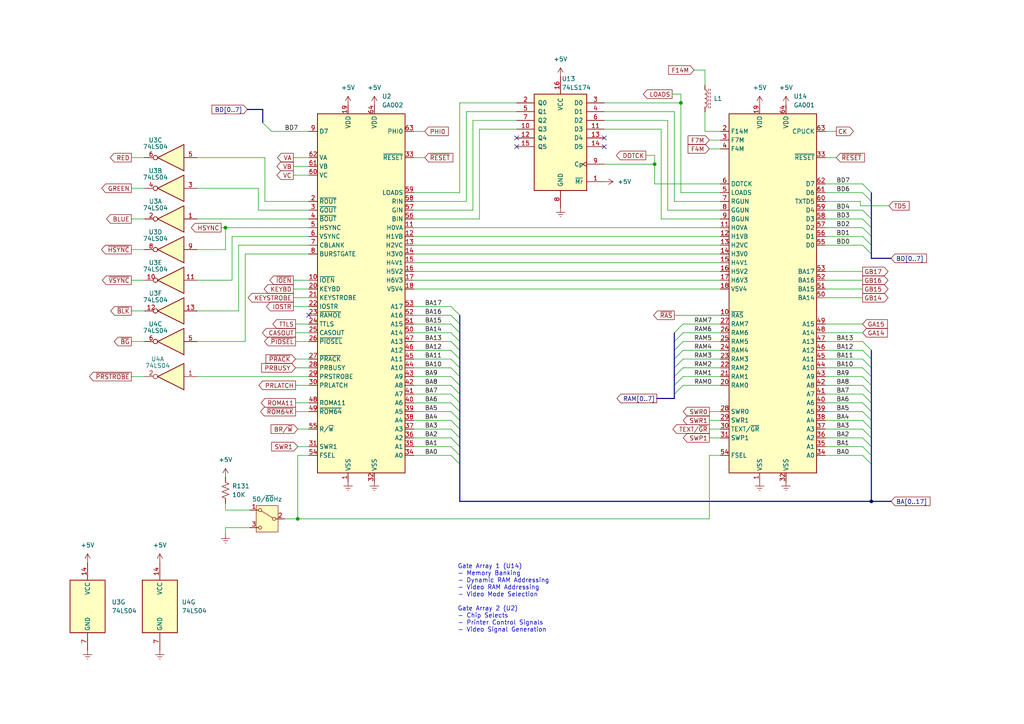
<source format=kicad_sch>
(kicad_sch (version 20230121) (generator eeschema)
  (paper "A4")
  (title_block (title "Dick Smith Cat - Motherboard") (date "1984") (company "Video Technology Ltd.") (comment 2 "Schematic Redrawn by Rhys Weatherley") (comment 3 "Gate Arrays"))
  (lib_symbols
    (symbol "74xx:74LS04"
      (property "Reference" "U" (at 0 1.27 0))
      (property "Value" "74LS04" (at 0 -1.27 0))
      (symbol "74LS04_1_0"
        (polyline (pts (xy -3.81 3.81) (xy -3.81 -3.81) (xy 3.81 0) (xy -3.81 3.81)) (stroke (width 0.254)) (fill (type background)))
        (pin input line (at -7.62 0 0) (length 3.81) (name "~") (number "1"))
        (pin output inverted (at 7.62 0 180) (length 3.81) (name "~") (number "2"))
      )
      (symbol "74LS04_2_0"
        (polyline (pts (xy -3.81 3.81) (xy -3.81 -3.81) (xy 3.81 0) (xy -3.81 3.81)) (stroke (width 0.254)) (fill (type background)))
        (pin input line (at -7.62 0 0) (length 3.81) (name "~") (number "3"))
        (pin output inverted (at 7.62 0 180) (length 3.81) (name "~") (number "4"))
      )
      (symbol "74LS04_3_0"
        (polyline (pts (xy -3.81 3.81) (xy -3.81 -3.81) (xy 3.81 0) (xy -3.81 3.81)) (stroke (width 0.254)) (fill (type background)))
        (pin input line (at -7.62 0 0) (length 3.81) (name "~") (number "5"))
        (pin output inverted (at 7.62 0 180) (length 3.81) (name "~") (number "6"))
      )
      (symbol "74LS04_4_0"
        (polyline (pts (xy -3.81 3.81) (xy -3.81 -3.81) (xy 3.81 0) (xy -3.81 3.81)) (stroke (width 0.254)) (fill (type background)))
        (pin output inverted (at 7.62 0 180) (length 3.81) (name "~") (number "8"))
        (pin input line (at -7.62 0 0) (length 3.81) (name "~") (number "9"))
      )
      (symbol "74LS04_5_0"
        (polyline (pts (xy -3.81 3.81) (xy -3.81 -3.81) (xy 3.81 0) (xy -3.81 3.81)) (stroke (width 0.254)) (fill (type background)))
        (pin output inverted (at 7.62 0 180) (length 3.81) (name "~") (number "10"))
        (pin input line (at -7.62 0 0) (length 3.81) (name "~") (number "11"))
      )
      (symbol "74LS04_6_0"
        (polyline (pts (xy -3.81 3.81) (xy -3.81 -3.81) (xy 3.81 0) (xy -3.81 3.81)) (stroke (width 0.254)) (fill (type background)))
        (pin output inverted (at 7.62 0 180) (length 3.81) (name "~") (number "12"))
        (pin input line (at -7.62 0 0) (length 3.81) (name "~") (number "13"))
      )
      (symbol "74LS04_7_0"
        (pin power_in line (at 0 12.7 270) (length 5.08) (name "VCC") (number "14"))
        (pin power_in line (at 0 -12.7 90) (length 5.08) (name "GND") (number "7"))
      )
      (symbol "74LS04_7_1"
        (rectangle (start -5.08 7.62) (end 5.08 -7.62) (stroke (width 0.254)) (fill (type background)))
      )
    )
    (symbol "74xx:74LS174" (pin_names (offset 1.016))
      (property "Reference" "U" (at -7.62 13.97 0))
      (property "Value" "74LS174" (at -7.62 -16.51 0))
      (symbol "74LS174_1_0"
        (pin input line (at -12.7 -12.7 0) (length 5.08) (name "~{Mr}") (number "1"))
        (pin output line (at 12.7 2.54 180) (length 5.08) (name "Q3") (number "10"))
        (pin input line (at -12.7 2.54 0) (length 5.08) (name "D3") (number "11"))
        (pin output line (at 12.7 0 180) (length 5.08) (name "Q4") (number "12"))
        (pin input line (at -12.7 0 0) (length 5.08) (name "D4") (number "13"))
        (pin input line (at -12.7 -2.54 0) (length 5.08) (name "D5") (number "14"))
        (pin output line (at 12.7 -2.54 180) (length 5.08) (name "Q5") (number "15"))
        (pin power_in line (at 0 17.78 270) (length 5.08) (name "VCC") (number "16"))
        (pin output line (at 12.7 10.16 180) (length 5.08) (name "Q0") (number "2"))
        (pin input line (at -12.7 10.16 0) (length 5.08) (name "D0") (number "3"))
        (pin input line (at -12.7 7.62 0) (length 5.08) (name "D1") (number "4"))
        (pin output line (at 12.7 7.62 180) (length 5.08) (name "Q1") (number "5"))
        (pin input line (at -12.7 5.08 0) (length 5.08) (name "D2") (number "6"))
        (pin output line (at 12.7 5.08 180) (length 5.08) (name "Q2") (number "7"))
        (pin power_in line (at 0 -20.32 90) (length 5.08) (name "GND") (number "8"))
        (pin input clock (at -12.7 -7.62 0) (length 5.08) (name "Cp") (number "9"))
      )
      (symbol "74LS174_1_1"
        (rectangle (start -7.62 12.7) (end 7.62 -15.24) (stroke (width 0.254)) (fill (type background)))
      )
    )
    (symbol "Device:L_Ferrite" (pin_numbers hide) (pin_names (offset 1.016) hide)
      (property "Reference" "L" (at -1.27 0 90))
      (property "Value" "L_Ferrite" (at 2.794 0 90))
      (symbol "L_Ferrite_0_1"
        (arc (start 0 -2.54) (mid 0.6323 -1.905) (end 0 -1.27))
        (arc (start 0 -1.27) (mid 0.6323 -0.635) (end 0 0))
        (polyline (pts (xy 1.016 -2.794) (xy 1.016 -2.286)))
        (polyline (pts (xy 1.016 -1.778) (xy 1.016 -1.27)))
        (polyline (pts (xy 1.016 -0.762) (xy 1.016 -0.254)))
        (polyline (pts (xy 1.016 0.254) (xy 1.016 0.762)))
        (polyline (pts (xy 1.016 1.27) (xy 1.016 1.778)))
        (polyline (pts (xy 1.016 2.286) (xy 1.016 2.794)))
        (polyline (pts (xy 1.524 -2.286) (xy 1.524 -2.794)))
        (polyline (pts (xy 1.524 -1.27) (xy 1.524 -1.778)))
        (polyline (pts (xy 1.524 -0.254) (xy 1.524 -0.762)))
        (polyline (pts (xy 1.524 0.762) (xy 1.524 0.254)))
        (polyline (pts (xy 1.524 1.778) (xy 1.524 1.27)))
        (polyline (pts (xy 1.524 2.794) (xy 1.524 2.286)))
        (arc (start 0 0) (mid 0.6323 0.635) (end 0 1.27))
        (arc (start 0 1.27) (mid 0.6323 1.905) (end 0 2.54))
      )
      (symbol "L_Ferrite_1_1"
        (pin passive line (at 0 3.81 270) (length 1.27) (name "1") (number "1"))
        (pin passive line (at 0 -3.81 90) (length 1.27) (name "2") (number "2"))
      )
    )
    (symbol "Device:R_US" (pin_numbers hide) (pin_names (offset 0))
      (property "Reference" "R" (at 2.54 0 90))
      (property "Value" "R_US" (at -2.54 0 90))
      (symbol "R_US_0_1"
        (polyline (pts (xy 0 -2.286) (xy 0 -2.54)))
        (polyline (pts (xy 0 2.286) (xy 0 2.54)))
        (polyline (pts (xy 0 -0.762) (xy 1.016 -1.143) (xy 0 -1.524) (xy -1.016 -1.905) (xy 0 -2.286)))
        (polyline (pts (xy 0 0.762) (xy 1.016 0.381) (xy 0 0) (xy -1.016 -0.381) (xy 0 -0.762)))
        (polyline (pts (xy 0 2.286) (xy 1.016 1.905) (xy 0 1.524) (xy -1.016 1.143) (xy 0 0.762)))
      )
      (symbol "R_US_1_1"
        (pin passive line (at 0 3.81 270) (length 1.27) (name "~") (number "1"))
        (pin passive line (at 0 -3.81 90) (length 1.27) (name "~") (number "2"))
      )
    )
    (symbol "Switch:SW_SPDT" (pin_names (offset 0) hide)
      (property "Reference" "SW" (at 0 5.08 0))
      (property "Value" "SW_SPDT" (at 0 -5.08 0))
      (symbol "SW_SPDT_0_1"
        (circle (center -2.032 0) (radius 0.4572))
        (polyline (pts (xy -1.651 0.254) (xy 1.651 2.286)))
        (circle (center 2.032 -2.54) (radius 0.4572))
        (circle (center 2.032 2.54) (radius 0.4572))
      )
      (symbol "SW_SPDT_1_1"
        (rectangle (start -3.175 3.81) (end 3.175 -3.81) (fill (type background)))
        (pin passive line (at 5.08 2.54 180) (length 2.54) (name "A") (number "1"))
        (pin passive line (at -5.08 0 0) (length 2.54) (name "B") (number "2"))
        (pin passive line (at 5.08 -2.54 180) (length 2.54) (name "C") (number "3"))
      )
    )
    (symbol "VTech:Laser_3000_Gate_Array_1"
      (property "Reference" "U" (at 11.43 1.27 0))
      (property "Value" "GA001" (at 12.7 -1.27 0))
      (symbol "Laser_3000_Gate_Array_1_1_1"
        (rectangle (start -12.7 -3.81) (end 12.7 -107.95) (stroke (width 0.25)) (fill (type background)))
        (pin power_in line (at -3.81 -110.49 90) (length 2.54) (name "VSS") (number "1"))
        (pin output line (at -15.24 -62.23 0) (length 2.54) (name "~{RAS}") (number "10"))
        (pin output line (at -15.24 -36.83 0) (length 2.54) (name "H0VA") (number "11"))
        (pin output line (at -15.24 -39.37 0) (length 2.54) (name "H1VB") (number "12"))
        (pin output line (at -15.24 -41.91 0) (length 2.54) (name "H2VC") (number "13"))
        (pin output line (at -15.24 -44.45 0) (length 2.54) (name "H3V0") (number "14"))
        (pin output line (at -15.24 -46.99 0) (length 2.54) (name "H4V1") (number "15"))
        (pin output line (at -15.24 -49.53 0) (length 2.54) (name "H5V2") (number "16"))
        (pin output line (at -15.24 -52.07 0) (length 2.54) (name "H6V3") (number "17"))
        (pin output line (at -15.24 -54.61 0) (length 2.54) (name "V5V4") (number "18"))
        (pin power_in line (at -3.81 -1.27 270) (length 2.54) (name "VDD") (number "19"))
        (pin input line (at -15.24 -8.89 0) (length 2.54) (name "F14M") (number "2"))
        (pin output line (at -15.24 -82.55 0) (length 2.54) (name "RAM0") (number "20"))
        (pin output line (at -15.24 -80.01 0) (length 2.54) (name "RAM1") (number "21"))
        (pin output line (at -15.24 -77.47 0) (length 2.54) (name "RAM2") (number "22"))
        (pin output line (at -15.24 -74.93 0) (length 2.54) (name "RAM3") (number "23"))
        (pin output line (at -15.24 -72.39 0) (length 2.54) (name "RAM4") (number "24"))
        (pin output line (at -15.24 -69.85 0) (length 2.54) (name "RAM5") (number "25"))
        (pin output line (at -15.24 -67.31 0) (length 2.54) (name "RAM6") (number "26"))
        (pin output line (at -15.24 -64.77 0) (length 2.54) (name "RAM7") (number "27"))
        (pin output line (at -15.24 -90.17 0) (length 2.54) (name "SWR0") (number "28"))
        (pin output line (at -15.24 -92.71 0) (length 2.54) (name "SWR1") (number "29"))
        (pin input line (at -15.24 -11.43 0) (length 2.54) (name "F7M") (number "3"))
        (pin output line (at -15.24 -95.25 0) (length 2.54) (name "TEXT/~{GR}") (number "30"))
        (pin output line (at -15.24 -97.79 0) (length 2.54) (name "SWP1") (number "31"))
        (pin power_in line (at 3.81 -110.49 90) (length 2.54) (name "VSS") (number "32"))
        (pin input line (at 15.24 -16.51 180) (length 2.54) (name "~{RESET}") (number "33"))
        (pin input line (at 15.24 -102.87 180) (length 2.54) (name "A0") (number "34"))
        (pin input line (at 15.24 -100.33 180) (length 2.54) (name "A1") (number "35"))
        (pin input line (at 15.24 -97.79 180) (length 2.54) (name "A2") (number "36"))
        (pin input line (at 15.24 -95.25 180) (length 2.54) (name "A3") (number "37"))
        (pin input line (at 15.24 -92.71 180) (length 2.54) (name "A4") (number "38"))
        (pin input line (at 15.24 -90.17 180) (length 2.54) (name "A5") (number "39"))
        (pin input line (at -15.24 -13.97 0) (length 2.54) (name "F4M") (number "4"))
        (pin input line (at 15.24 -87.63 180) (length 2.54) (name "A6") (number "40"))
        (pin input line (at 15.24 -85.09 180) (length 2.54) (name "A7") (number "41"))
        (pin input line (at 15.24 -82.55 180) (length 2.54) (name "A8") (number "42"))
        (pin input line (at 15.24 -80.01 180) (length 2.54) (name "A9") (number "43"))
        (pin input line (at 15.24 -77.47 180) (length 2.54) (name "A10") (number "44"))
        (pin input line (at 15.24 -74.93 180) (length 2.54) (name "A11") (number "45"))
        (pin input line (at 15.24 -72.39 180) (length 2.54) (name "A12") (number "46"))
        (pin input line (at 15.24 -69.85 180) (length 2.54) (name "A13") (number "47"))
        (pin input line (at 15.24 -67.31 180) (length 2.54) (name "A14") (number "48"))
        (pin input line (at 15.24 -64.77 180) (length 2.54) (name "A15") (number "49"))
        (pin output line (at -15.24 -26.67 0) (length 2.54) (name "LOADS") (number "5"))
        (pin output line (at 15.24 -57.15 180) (length 2.54) (name "BA14") (number "50"))
        (pin output line (at 15.24 -54.61 180) (length 2.54) (name "BA15") (number "51"))
        (pin output line (at 15.24 -52.07 180) (length 2.54) (name "BA16") (number "52"))
        (pin output line (at 15.24 -49.53 180) (length 2.54) (name "BA17") (number "53"))
        (pin input line (at -15.24 -102.87 0) (length 2.54) (name "FSEL") (number "54"))
        (pin bidirectional line (at 15.24 -41.91 180) (length 2.54) (name "D0") (number "55"))
        (pin bidirectional line (at 15.24 -39.37 180) (length 2.54) (name "D1") (number "56"))
        (pin bidirectional line (at 15.24 -36.83 180) (length 2.54) (name "D2") (number "57"))
        (pin bidirectional line (at 15.24 -34.29 180) (length 2.54) (name "D3") (number "58"))
        (pin bidirectional line (at 15.24 -31.75 180) (length 2.54) (name "D4") (number "59"))
        (pin output line (at -15.24 -24.13 0) (length 2.54) (name "DOTCK") (number "6"))
        (pin bidirectional line (at 15.24 -29.21 180) (length 2.54) (name "TXTD5") (number "60"))
        (pin bidirectional line (at 15.24 -26.67 180) (length 2.54) (name "D6") (number "61"))
        (pin bidirectional line (at 15.24 -24.13 180) (length 2.54) (name "D7") (number "62"))
        (pin input line (at 15.24 -8.89 180) (length 2.54) (name "CPUCK") (number "63"))
        (pin power_in line (at 3.81 -1.27 270) (length 2.54) (name "VDD") (number "64"))
        (pin output line (at -15.24 -29.21 0) (length 2.54) (name "RGUN") (number "7"))
        (pin output line (at -15.24 -31.75 0) (length 2.54) (name "GGUN") (number "8"))
        (pin output line (at -15.24 -34.29 0) (length 2.54) (name "BGUN") (number "9"))
      )
    )
    (symbol "VTech:Laser_3000_Gate_Array_2"
      (property "Reference" "U" (at 11.43 1.27 0))
      (property "Value" "GA002" (at 12.7 -1.27 0))
      (symbol "Laser_3000_Gate_Array_2_1_1"
        (rectangle (start -12.7 -3.81) (end 12.7 -107.95) (stroke (width 0.25)) (fill (type background)))
        (pin power_in line (at -3.81 -110.49 90) (length 2.54) (name "VSS") (number "1"))
        (pin output line (at -15.24 -52.07 0) (length 2.54) (name "~{IOEN}") (number "10"))
        (pin input line (at 15.24 -36.83 180) (length 2.54) (name "H0VA") (number "11"))
        (pin input line (at 15.24 -39.37 180) (length 2.54) (name "H1VB") (number "12"))
        (pin input line (at 15.24 -41.91 180) (length 2.54) (name "H2VC") (number "13"))
        (pin input line (at 15.24 -44.45 180) (length 2.54) (name "H3V0") (number "14"))
        (pin input line (at 15.24 -46.99 180) (length 2.54) (name "H4V1") (number "15"))
        (pin input line (at 15.24 -49.53 180) (length 2.54) (name "H5V2") (number "16"))
        (pin input line (at 15.24 -52.07 180) (length 2.54) (name "H6V3") (number "17"))
        (pin input line (at 15.24 -54.61 180) (length 2.54) (name "V5V4") (number "18"))
        (pin power_in line (at -3.81 -1.27 270) (length 2.54) (name "VDD") (number "19"))
        (pin output line (at -15.24 -29.21 0) (length 2.54) (name "~{ROUT}") (number "2"))
        (pin output line (at -15.24 -54.61 0) (length 2.54) (name "KEYBD") (number "20"))
        (pin output line (at -15.24 -57.15 0) (length 2.54) (name "KEYSTROBE") (number "21"))
        (pin output line (at -15.24 -59.69 0) (length 2.54) (name "IOSTR") (number "22"))
        (pin output line (at -15.24 -62.23 0) (length 2.54) (name "~{RAMOE}") (number "23"))
        (pin output line (at -15.24 -64.77 0) (length 2.54) (name "TTLS") (number "24"))
        (pin output line (at -15.24 -67.31 0) (length 2.54) (name "CASOUT") (number "25"))
        (pin output line (at -15.24 -69.85 0) (length 2.54) (name "~{PIOSEL}") (number "26"))
        (pin input line (at -15.24 -74.93 0) (length 2.54) (name "~{PRACK}") (number "27"))
        (pin input line (at -15.24 -77.47 0) (length 2.54) (name "PRBUSY") (number "28"))
        (pin output line (at -15.24 -80.01 0) (length 2.54) (name "PRSTROBE") (number "29"))
        (pin output line (at -15.24 -31.75 0) (length 2.54) (name "~{GOUT}") (number "3"))
        (pin output line (at -15.24 -82.55 0) (length 2.54) (name "PRLATCH") (number "30"))
        (pin input line (at -15.24 -100.33 0) (length 2.54) (name "SWR1") (number "31"))
        (pin power_in line (at 3.81 -110.49 90) (length 2.54) (name "VSS") (number "32"))
        (pin input line (at 15.24 -16.51 180) (length 2.54) (name "~{RESET}") (number "33"))
        (pin input line (at 15.24 -102.87 180) (length 2.54) (name "A0") (number "34"))
        (pin input line (at 15.24 -100.33 180) (length 2.54) (name "A1") (number "35"))
        (pin input line (at 15.24 -97.79 180) (length 2.54) (name "A2") (number "36"))
        (pin input line (at 15.24 -95.25 180) (length 2.54) (name "A3") (number "37"))
        (pin input line (at 15.24 -92.71 180) (length 2.54) (name "A4") (number "38"))
        (pin input line (at 15.24 -90.17 180) (length 2.54) (name "A5") (number "39"))
        (pin output line (at -15.24 -34.29 0) (length 2.54) (name "~{BOUT}") (number "4"))
        (pin input line (at 15.24 -87.63 180) (length 2.54) (name "A6") (number "40"))
        (pin input line (at 15.24 -85.09 180) (length 2.54) (name "A7") (number "41"))
        (pin input line (at 15.24 -82.55 180) (length 2.54) (name "A8") (number "42"))
        (pin input line (at 15.24 -80.01 180) (length 2.54) (name "A9") (number "43"))
        (pin input line (at 15.24 -77.47 180) (length 2.54) (name "A10") (number "44"))
        (pin input line (at 15.24 -74.93 180) (length 2.54) (name "A11") (number "45"))
        (pin input line (at 15.24 -72.39 180) (length 2.54) (name "A12") (number "46"))
        (pin input line (at 15.24 -69.85 180) (length 2.54) (name "A13") (number "47"))
        (pin output line (at -15.24 -87.63 0) (length 2.54) (name "ROMA11") (number "48"))
        (pin output line (at -15.24 -90.17 0) (length 2.54) (name "~{ROM64}") (number "49"))
        (pin output line (at -15.24 -36.83 0) (length 2.54) (name "HSYNC") (number "5"))
        (pin input line (at 15.24 -67.31 180) (length 2.54) (name "A14") (number "50"))
        (pin input line (at 15.24 -64.77 180) (length 2.54) (name "A15") (number "51"))
        (pin input line (at 15.24 -62.23 180) (length 2.54) (name "A16") (number "52"))
        (pin input line (at 15.24 -59.69 180) (length 2.54) (name "A17") (number "53"))
        (pin input line (at -15.24 -102.87 0) (length 2.54) (name "FSEL") (number "54"))
        (pin input line (at -15.24 -95.25 0) (length 2.54) (name "R/~{W}") (number "55"))
        (pin input line (at 15.24 -34.29 180) (length 2.54) (name "BIN") (number "56"))
        (pin input line (at 15.24 -31.75 180) (length 2.54) (name "GIN") (number "57"))
        (pin input line (at 15.24 -29.21 180) (length 2.54) (name "RIN") (number "58"))
        (pin input line (at 15.24 -26.67 180) (length 2.54) (name "LOADS") (number "59"))
        (pin output line (at -15.24 -39.37 0) (length 2.54) (name "VSYNC") (number "6"))
        (pin output line (at -15.24 -21.59 0) (length 2.54) (name "VC") (number "60"))
        (pin output line (at -15.24 -19.05 0) (length 2.54) (name "VB") (number "61"))
        (pin output line (at -15.24 -16.51 0) (length 2.54) (name "VA") (number "62"))
        (pin input line (at 15.24 -8.89 180) (length 2.54) (name "PHI0") (number "63"))
        (pin power_in line (at 3.81 -1.27 270) (length 2.54) (name "VDD") (number "64"))
        (pin output line (at -15.24 -41.91 0) (length 2.54) (name "CBLANK") (number "7"))
        (pin output line (at -15.24 -44.45 0) (length 2.54) (name "BURSTGATE") (number "8"))
        (pin bidirectional line (at -15.24 -8.89 0) (length 2.54) (name "D7") (number "9"))
      )
    )
    (symbol "power:+5V" (power) (pin_names (offset 0))
      (property "Value" "+5V" (at 0 3.556 0))
      (symbol "+5V_0_1"
        (polyline (pts (xy -0.762 1.27) (xy 0 2.54)))
        (polyline (pts (xy 0 0) (xy 0 2.54)))
        (polyline (pts (xy 0 2.54) (xy 0.762 1.27)))
      )
      (symbol "+5V_1_1"
        (pin power_in line (at 0 0 90) (length 0) hide (name "+5V") (number "1"))
      )
    )
    (symbol "power:Earth" (power) (pin_names (offset 0))
      (symbol "Earth_0_1"
        (polyline (pts (xy -0.635 -1.905) (xy 0.635 -1.905)))
        (polyline (pts (xy -0.127 -2.54) (xy 0.127 -2.54)))
        (polyline (pts (xy 0 -1.27) (xy 0 0)))
        (polyline (pts (xy 1.27 -1.27) (xy -1.27 -1.27)))
      )
      (symbol "Earth_1_1"
        (pin power_in line (at 0 0 270) (length 0) hide (name "Earth") (number "1"))
      )
    )
  )
  (junction (at 252.73 145.415))
  (junction (at 86.36 150.495))
  (junction (at 197.485 29.845))
  (junction (at 65.405 66.04))
  (junction (at 189.865 47.625))
  (no_connect (at 89.535 91.44))
  (no_connect (at 149.86 42.545))
  (no_connect (at 149.86 40.005))
  (no_connect (at 175.26 42.545))
  (no_connect (at 175.26 40.005))
  (bus_entry (at 130.81 96.52) (size 2.54 2.54))
  (bus_entry (at 250.19 132.08) (size 2.54 2.54))
  (bus_entry (at 250.19 106.68) (size 2.54 2.54))
  (bus_entry (at 250.19 121.92) (size 2.54 2.54))
  (bus_entry (at 130.81 106.68) (size 2.54 2.54))
  (bus_entry (at 195.58 101.6) (size 2.54 -2.54))
  (bus_entry (at 130.81 119.38) (size 2.54 2.54))
  (bus_entry (at 130.81 132.08) (size 2.54 2.54))
  (bus_entry (at 195.58 106.68) (size 2.54 -2.54))
  (bus_entry (at 130.81 88.9) (size 2.54 2.54))
  (bus_entry (at 250.19 55.88) (size 2.54 2.54))
  (bus_entry (at 195.58 99.06) (size 2.54 -2.54))
  (bus_entry (at 130.81 129.54) (size 2.54 2.54))
  (bus_entry (at 250.19 127) (size 2.54 2.54))
  (bus_entry (at 130.81 91.44) (size 2.54 2.54))
  (bus_entry (at 250.19 111.76) (size 2.54 2.54))
  (bus_entry (at 250.19 119.38) (size 2.54 2.54))
  (bus_entry (at 195.58 104.14) (size 2.54 -2.54))
  (bus_entry (at 195.58 114.3) (size 2.54 -2.54))
  (bus_entry (at 130.81 121.92) (size 2.54 2.54))
  (bus_entry (at 250.19 68.58) (size 2.54 2.54))
  (bus_entry (at 76.2 35.56) (size 2.54 2.54))
  (bus_entry (at 250.19 114.3) (size 2.54 2.54))
  (bus_entry (at 130.81 116.84) (size 2.54 2.54))
  (bus_entry (at 250.19 104.14) (size 2.54 2.54))
  (bus_entry (at 250.19 101.6) (size 2.54 2.54))
  (bus_entry (at 130.81 93.98) (size 2.54 2.54))
  (bus_entry (at 250.19 99.06) (size 2.54 2.54))
  (bus_entry (at 130.81 109.22) (size 2.54 2.54))
  (bus_entry (at 195.58 111.76) (size 2.54 -2.54))
  (bus_entry (at 130.81 127) (size 2.54 2.54))
  (bus_entry (at 195.58 109.22) (size 2.54 -2.54))
  (bus_entry (at 250.19 60.96) (size 2.54 2.54))
  (bus_entry (at 250.19 53.34) (size 2.54 2.54))
  (bus_entry (at 250.19 129.54) (size 2.54 2.54))
  (bus_entry (at 130.81 114.3) (size 2.54 2.54))
  (bus_entry (at 250.19 109.22) (size 2.54 2.54))
  (bus_entry (at 130.81 124.46) (size 2.54 2.54))
  (bus_entry (at 130.81 99.06) (size 2.54 2.54))
  (bus_entry (at 130.81 111.76) (size 2.54 2.54))
  (bus_entry (at 195.58 96.52) (size 2.54 -2.54))
  (bus_entry (at 250.19 71.12) (size 2.54 2.54))
  (bus_entry (at 130.81 101.6) (size 2.54 2.54))
  (bus_entry (at 130.81 104.14) (size 2.54 2.54))
  (bus_entry (at 250.19 124.46) (size 2.54 2.54))
  (bus_entry (at 250.19 66.04) (size 2.54 2.54))
  (bus_entry (at 250.19 63.5) (size 2.54 2.54))
  (bus_entry (at 250.19 116.84) (size 2.54 2.54))
  (wire (pts (xy 239.395 63.5) (xy 250.19 63.5)))
  (wire (pts (xy 120.015 129.54) (xy 130.81 129.54)))
  (bus (pts (xy 252.73 63.5) (xy 252.73 66.04)))
  (wire (pts (xy 197.485 29.845) (xy 175.26 29.845)))
  (bus (pts (xy 133.35 116.84) (xy 133.35 114.3)))
  (wire (pts (xy 64.135 66.04) (xy 65.405 66.04)))
  (bus (pts (xy 133.35 121.92) (xy 133.35 119.38)))
  (wire (pts (xy 239.395 83.82) (xy 250.19 83.82)))
  (wire (pts (xy 85.09 86.36) (xy 89.535 86.36)))
  (wire (pts (xy 89.535 68.58) (xy 67.31 68.58)))
  (wire (pts (xy 85.725 96.52) (xy 89.535 96.52)))
  (wire (pts (xy 89.535 60.96) (xy 74.93 60.96)))
  (wire (pts (xy 120.015 99.06) (xy 130.81 99.06)))
  (bus (pts (xy 252.73 73.66) (xy 252.73 74.93)))
  (bus (pts (xy 133.35 109.22) (xy 133.35 106.68)))
  (wire (pts (xy 120.015 88.9) (xy 130.81 88.9)))
  (wire (pts (xy 85.725 111.76) (xy 89.535 111.76)))
  (bus (pts (xy 133.35 104.14) (xy 133.35 101.6)))
  (bus (pts (xy 133.35 119.38) (xy 133.35 116.84)))
  (wire (pts (xy 191.77 37.465) (xy 175.26 37.465)))
  (bus (pts (xy 133.35 93.98) (xy 133.35 91.44)))
  (wire (pts (xy 72.39 147.955) (xy 65.405 147.955)))
  (wire (pts (xy 239.395 104.14) (xy 250.19 104.14)))
  (wire (pts (xy 239.395 124.46) (xy 250.19 124.46)))
  (wire (pts (xy 208.915 60.96) (xy 193.675 60.96)))
  (wire (pts (xy 194.945 27.305) (xy 197.485 27.305)))
  (wire (pts (xy 120.015 127) (xy 130.81 127)))
  (wire (pts (xy 57.15 63.5) (xy 89.535 63.5)))
  (wire (pts (xy 239.395 96.52) (xy 250.19 96.52)))
  (bus (pts (xy 133.35 127) (xy 133.35 124.46)))
  (bus (pts (xy 252.73 119.38) (xy 252.73 121.92)))
  (wire (pts (xy 239.395 81.28) (xy 250.19 81.28)))
  (wire (pts (xy 208.915 53.34) (xy 189.865 53.34)))
  (wire (pts (xy 85.09 88.9) (xy 89.535 88.9)))
  (wire (pts (xy 239.395 114.3) (xy 250.19 114.3)))
  (wire (pts (xy 120.015 76.2) (xy 208.915 76.2)))
  (wire (pts (xy 239.395 119.38) (xy 250.19 119.38)))
  (wire (pts (xy 85.09 83.82) (xy 89.535 83.82)))
  (wire (pts (xy 239.395 78.74) (xy 250.19 78.74)))
  (wire (pts (xy 120.015 132.08) (xy 130.81 132.08)))
  (wire (pts (xy 89.535 73.66) (xy 71.12 73.66)))
  (wire (pts (xy 85.725 116.84) (xy 89.535 116.84)))
  (wire (pts (xy 57.15 109.22) (xy 89.535 109.22)))
  (bus (pts (xy 133.35 145.415) (xy 133.35 134.62)))
  (wire (pts (xy 239.395 132.08) (xy 250.19 132.08)))
  (wire (pts (xy 85.09 48.26) (xy 89.535 48.26)))
  (wire (pts (xy 65.405 66.04) (xy 65.405 72.39)))
  (wire (pts (xy 86.36 132.08) (xy 89.535 132.08)))
  (wire (pts (xy 120.015 104.14) (xy 130.81 104.14)))
  (wire (pts (xy 86.36 129.54) (xy 89.535 129.54)))
  (wire (pts (xy 76.835 58.42) (xy 76.835 45.72)))
  (wire (pts (xy 205.74 124.46) (xy 208.915 124.46)))
  (wire (pts (xy 205.74 43.18) (xy 208.915 43.18)))
  (wire (pts (xy 137.16 34.925) (xy 149.86 34.925)))
  (bus (pts (xy 76.2 31.75) (xy 76.2 35.56)))
  (wire (pts (xy 249.555 58.42) (xy 249.555 59.69)))
  (bus (pts (xy 133.35 132.08) (xy 133.35 129.54)))
  (wire (pts (xy 193.675 60.96) (xy 193.675 34.925)))
  (wire (pts (xy 120.015 71.12) (xy 208.915 71.12)))
  (bus (pts (xy 252.73 68.58) (xy 252.73 71.12)))
  (wire (pts (xy 85.725 99.06) (xy 89.535 99.06)))
  (wire (pts (xy 137.16 60.96) (xy 137.16 34.925)))
  (wire (pts (xy 189.865 47.625) (xy 175.26 47.625)))
  (wire (pts (xy 249.555 59.69) (xy 257.81 59.69)))
  (wire (pts (xy 74.93 54.61) (xy 57.15 54.61)))
  (wire (pts (xy 239.395 53.34) (xy 250.19 53.34)))
  (wire (pts (xy 89.535 66.04) (xy 65.405 66.04)))
  (wire (pts (xy 85.725 119.38) (xy 89.535 119.38)))
  (wire (pts (xy 205.74 132.08) (xy 205.74 150.495)))
  (wire (pts (xy 197.485 55.88) (xy 197.485 29.845)))
  (wire (pts (xy 120.015 119.38) (xy 130.81 119.38)))
  (wire (pts (xy 204.47 38.1) (xy 204.47 32.385)))
  (wire (pts (xy 120.015 38.1) (xy 123.19 38.1)))
  (wire (pts (xy 205.74 40.64) (xy 208.915 40.64)))
  (wire (pts (xy 239.395 127) (xy 250.19 127)))
  (bus (pts (xy 71.755 31.75) (xy 76.2 31.75)))
  (wire (pts (xy 120.015 101.6) (xy 130.81 101.6)))
  (wire (pts (xy 208.915 63.5) (xy 191.77 63.5)))
  (bus (pts (xy 252.73 66.04) (xy 252.73 68.58)))
  (wire (pts (xy 38.1 45.72) (xy 41.91 45.72)))
  (wire (pts (xy 86.36 150.495) (xy 205.74 150.495)))
  (wire (pts (xy 189.865 53.34) (xy 189.865 47.625)))
  (wire (pts (xy 133.35 55.88) (xy 133.35 29.845)))
  (wire (pts (xy 208.915 132.08) (xy 205.74 132.08)))
  (wire (pts (xy 120.015 58.42) (xy 135.255 58.42)))
  (bus (pts (xy 195.58 111.76) (xy 195.58 114.3)))
  (bus (pts (xy 133.35 134.62) (xy 133.35 132.08)))
  (bus (pts (xy 252.73 132.08) (xy 252.73 134.62)))
  (wire (pts (xy 85.725 106.68) (xy 89.535 106.68)))
  (wire (pts (xy 38.1 54.61) (xy 41.91 54.61)))
  (wire (pts (xy 72.39 153.035) (xy 65.405 153.035)))
  (wire (pts (xy 239.395 121.92) (xy 250.19 121.92)))
  (bus (pts (xy 252.73 121.92) (xy 252.73 124.46)))
  (wire (pts (xy 239.395 68.58) (xy 250.19 68.58)))
  (bus (pts (xy 252.73 74.93) (xy 258.445 74.93)))
  (bus (pts (xy 252.73 58.42) (xy 252.73 63.5)))
  (wire (pts (xy 74.93 60.96) (xy 74.93 54.61)))
  (bus (pts (xy 252.73 129.54) (xy 252.73 132.08)))
  (wire (pts (xy 76.835 45.72) (xy 57.15 45.72)))
  (wire (pts (xy 239.395 55.88) (xy 250.19 55.88)))
  (wire (pts (xy 120.015 93.98) (xy 130.81 93.98)))
  (wire (pts (xy 38.1 81.28) (xy 41.91 81.28)))
  (wire (pts (xy 120.015 124.46) (xy 130.81 124.46)))
  (wire (pts (xy 38.1 109.22) (xy 41.91 109.22)))
  (wire (pts (xy 205.74 127) (xy 208.915 127)))
  (wire (pts (xy 239.395 101.6) (xy 250.19 101.6)))
  (bus (pts (xy 195.58 101.6) (xy 195.58 104.14)))
  (wire (pts (xy 198.12 109.22) (xy 208.915 109.22)))
  (wire (pts (xy 71.12 99.06) (xy 57.15 99.06)))
  (bus (pts (xy 195.58 99.06) (xy 195.58 101.6)))
  (bus (pts (xy 252.73 109.22) (xy 252.73 111.76)))
  (wire (pts (xy 239.395 86.36) (xy 250.19 86.36)))
  (bus (pts (xy 252.73 124.46) (xy 252.73 127)))
  (wire (pts (xy 239.395 38.1) (xy 242.57 38.1)))
  (wire (pts (xy 195.58 58.42) (xy 195.58 32.385)))
  (wire (pts (xy 205.74 119.38) (xy 208.915 119.38)))
  (wire (pts (xy 85.09 50.8) (xy 89.535 50.8)))
  (wire (pts (xy 120.015 73.66) (xy 208.915 73.66)))
  (bus (pts (xy 252.73 111.76) (xy 252.73 114.3)))
  (wire (pts (xy 239.395 106.68) (xy 250.19 106.68)))
  (wire (pts (xy 120.015 66.04) (xy 208.915 66.04)))
  (wire (pts (xy 86.36 124.46) (xy 89.535 124.46)))
  (wire (pts (xy 189.865 45.085) (xy 189.865 47.625)))
  (wire (pts (xy 239.395 99.06) (xy 250.19 99.06)))
  (wire (pts (xy 120.015 60.96) (xy 137.16 60.96)))
  (wire (pts (xy 198.12 106.68) (xy 208.915 106.68)))
  (wire (pts (xy 65.405 153.035) (xy 65.405 154.94)))
  (wire (pts (xy 65.405 72.39) (xy 57.15 72.39)))
  (wire (pts (xy 239.395 116.84) (xy 250.19 116.84)))
  (wire (pts (xy 85.09 45.72) (xy 89.535 45.72)))
  (wire (pts (xy 239.395 71.12) (xy 250.19 71.12)))
  (wire (pts (xy 239.395 111.76) (xy 250.19 111.76)))
  (wire (pts (xy 67.31 81.28) (xy 57.15 81.28)))
  (wire (pts (xy 135.255 58.42) (xy 135.255 32.385)))
  (wire (pts (xy 195.58 91.44) (xy 208.915 91.44)))
  (wire (pts (xy 38.1 99.06) (xy 41.91 99.06)))
  (wire (pts (xy 89.535 71.12) (xy 69.215 71.12)))
  (bus (pts (xy 133.35 101.6) (xy 133.35 99.06)))
  (wire (pts (xy 239.395 129.54) (xy 250.19 129.54)))
  (bus (pts (xy 195.58 104.14) (xy 195.58 106.68)))
  (wire (pts (xy 120.015 55.88) (xy 133.35 55.88)))
  (wire (pts (xy 239.395 60.96) (xy 250.19 60.96)))
  (wire (pts (xy 135.255 32.385) (xy 149.86 32.385)))
  (bus (pts (xy 133.35 96.52) (xy 133.35 93.98)))
  (bus (pts (xy 133.35 111.76) (xy 133.35 109.22)))
  (wire (pts (xy 82.55 150.495) (xy 86.36 150.495)))
  (wire (pts (xy 239.395 109.22) (xy 250.19 109.22)))
  (wire (pts (xy 65.405 147.955) (xy 65.405 146.05)))
  (wire (pts (xy 239.395 66.04) (xy 250.19 66.04)))
  (bus (pts (xy 252.73 55.88) (xy 252.73 58.42)))
  (wire (pts (xy 239.395 45.72) (xy 242.57 45.72)))
  (wire (pts (xy 239.395 58.42) (xy 249.555 58.42)))
  (bus (pts (xy 252.73 104.14) (xy 252.73 106.68)))
  (wire (pts (xy 187.325 45.085) (xy 189.865 45.085)))
  (wire (pts (xy 239.395 93.98) (xy 250.19 93.98)))
  (wire (pts (xy 195.58 32.385) (xy 175.26 32.385)))
  (bus (pts (xy 252.73 134.62) (xy 252.73 145.415)))
  (wire (pts (xy 205.74 121.92) (xy 208.915 121.92)))
  (wire (pts (xy 120.015 78.74) (xy 208.915 78.74)))
  (wire (pts (xy 69.215 90.17) (xy 57.15 90.17)))
  (wire (pts (xy 120.015 45.72) (xy 123.19 45.72)))
  (wire (pts (xy 197.485 27.305) (xy 197.485 29.845)))
  (wire (pts (xy 193.675 34.925) (xy 175.26 34.925)))
  (wire (pts (xy 120.015 116.84) (xy 130.81 116.84)))
  (wire (pts (xy 120.015 111.76) (xy 130.81 111.76)))
  (wire (pts (xy 89.535 58.42) (xy 76.835 58.42)))
  (wire (pts (xy 120.015 81.28) (xy 208.915 81.28)))
  (wire (pts (xy 198.12 99.06) (xy 208.915 99.06)))
  (wire (pts (xy 85.725 93.98) (xy 89.535 93.98)))
  (wire (pts (xy 191.77 63.5) (xy 191.77 37.465)))
  (wire (pts (xy 139.065 37.465) (xy 149.86 37.465)))
  (wire (pts (xy 120.015 91.44) (xy 130.81 91.44)))
  (wire (pts (xy 139.065 63.5) (xy 139.065 37.465)))
  (wire (pts (xy 120.015 121.92) (xy 130.81 121.92)))
  (wire (pts (xy 204.47 24.765) (xy 204.47 20.32)))
  (wire (pts (xy 120.015 114.3) (xy 130.81 114.3)))
  (wire (pts (xy 78.74 38.1) (xy 89.535 38.1)))
  (bus (pts (xy 133.35 106.68) (xy 133.35 104.14)))
  (bus (pts (xy 195.58 109.22) (xy 195.58 111.76)))
  (wire (pts (xy 120.015 106.68) (xy 130.81 106.68)))
  (wire (pts (xy 120.015 63.5) (xy 139.065 63.5)))
  (wire (pts (xy 86.36 150.495) (xy 86.36 132.08)))
  (wire (pts (xy 133.35 29.845) (xy 149.86 29.845)))
  (bus (pts (xy 195.58 106.68) (xy 195.58 109.22)))
  (wire (pts (xy 198.12 101.6) (xy 208.915 101.6)))
  (wire (pts (xy 120.015 83.82) (xy 208.915 83.82)))
  (bus (pts (xy 195.58 96.52) (xy 195.58 99.06)))
  (bus (pts (xy 133.35 129.54) (xy 133.35 127)))
  (wire (pts (xy 38.1 90.17) (xy 41.91 90.17)))
  (wire (pts (xy 71.12 73.66) (xy 71.12 99.06)))
  (bus (pts (xy 195.58 114.3) (xy 195.58 115.57)))
  (wire (pts (xy 208.915 58.42) (xy 195.58 58.42)))
  (bus (pts (xy 258.445 145.415) (xy 252.73 145.415)))
  (wire (pts (xy 120.015 68.58) (xy 208.915 68.58)))
  (wire (pts (xy 198.12 93.98) (xy 208.915 93.98)))
  (wire (pts (xy 198.12 111.76) (xy 208.915 111.76)))
  (bus (pts (xy 252.73 106.68) (xy 252.73 109.22)))
  (wire (pts (xy 120.015 96.52) (xy 130.81 96.52)))
  (wire (pts (xy 69.215 71.12) (xy 69.215 90.17)))
  (wire (pts (xy 198.12 96.52) (xy 208.915 96.52)))
  (bus (pts (xy 133.35 124.46) (xy 133.35 121.92)))
  (wire (pts (xy 208.915 55.88) (xy 197.485 55.88)))
  (wire (pts (xy 85.09 81.28) (xy 89.535 81.28)))
  (bus (pts (xy 133.35 145.415) (xy 252.73 145.415)))
  (wire (pts (xy 204.47 38.1) (xy 208.915 38.1)))
  (wire (pts (xy 198.12 104.14) (xy 208.915 104.14)))
  (bus (pts (xy 252.73 127) (xy 252.73 129.54)))
  (wire (pts (xy 38.1 63.5) (xy 41.91 63.5)))
  (bus (pts (xy 133.35 114.3) (xy 133.35 111.76)))
  (wire (pts (xy 67.31 68.58) (xy 67.31 81.28)))
  (bus (pts (xy 252.73 71.12) (xy 252.73 73.66)))
  (bus (pts (xy 252.73 116.84) (xy 252.73 119.38)))
  (bus (pts (xy 195.58 115.57) (xy 190.5 115.57)))
  (wire (pts (xy 120.015 109.22) (xy 130.81 109.22)))
  (bus (pts (xy 252.73 101.6) (xy 252.73 104.14)))
  (bus (pts (xy 252.73 114.3) (xy 252.73 116.84)))
  (wire (pts (xy 85.725 104.14) (xy 89.535 104.14)))
  (wire (pts (xy 38.1 72.39) (xy 41.91 72.39)))
  (wire (pts (xy 204.47 20.32) (xy 201.295 20.32)))
  (bus (pts (xy 133.35 99.06) (xy 133.35 96.52)))
  (text "Gate Array 1 (U14)\n- Memory Banking\n- Dynamic RAM Addressing\n- Video RAM Addressing\n- Video Mode Selection\n\nGate Array 2 (U2)\n- Chip Selects\n- Printer Control Signals\n- Video Signal Generation\n" (at 132.715 183.515 0) (effects (font (size 1.27 1.27)) (justify left bottom)))
  (label "BD0" (at 242.57 71.12 0))
  (label "BA3" (at 242.57 124.46 0))
  (label "BA15" (at 123.19 93.98 0))
  (label "BD6" (at 242.57 55.88 0))
  (label "BA11" (at 242.57 104.14 0))
  (label "BA1" (at 242.57 129.54 0))
  (label "RAM1" (at 201.295 109.22 0))
  (label "BD3" (at 242.57 63.5 0))
  (label "BA12" (at 123.19 101.6 0))
  (label "BA13" (at 242.57 99.06 0))
  (label "BA2" (at 123.19 127 0))
  (label "BA6" (at 242.57 116.84 0))
  (label "BA7" (at 123.19 114.3 0))
  (label "BA16" (at 123.19 91.44 0))
  (label "BA7" (at 242.57 114.3 0))
  (label "RAM2" (at 201.295 106.68 0))
  (label "BA6" (at 123.19 116.84 0))
  (label "BD7" (at 82.55 38.1 0))
  (label "BD1" (at 242.57 68.58 0))
  (label "RAM4" (at 201.295 101.6 0))
  (label "BA0" (at 242.57 132.08 0))
  (label "BA9" (at 123.19 109.22 0))
  (label "BA9" (at 242.57 109.22 0))
  (label "BA13" (at 123.19 99.06 0))
  (label "BA4" (at 123.19 121.92 0))
  (label "RAM7" (at 201.295 93.98 0))
  (label "BA0" (at 123.19 132.08 0))
  (label "BA14" (at 123.19 96.52 0))
  (label "BA12" (at 242.57 101.6 0))
  (label "BA8" (at 242.57 111.76 0))
  (label "RAM6" (at 201.295 96.52 0))
  (label "RAM3" (at 201.295 104.14 0))
  (label "BD2" (at 242.57 66.04 0))
  (label "BD4" (at 242.57 60.96 0))
  (label "RAM5" (at 201.295 99.06 0))
  (label "BA3" (at 123.19 124.46 0))
  (label "BA10" (at 123.19 106.68 0))
  (label "BA17" (at 123.19 88.9 0))
  (label "BA11" (at 123.19 104.14 0))
  (label "BA4" (at 242.57 121.92 0))
  (label "BA5" (at 242.57 119.38 0))
  (label "BA10" (at 242.57 106.68 0))
  (label "BD7" (at 242.57 53.34 0))
  (label "RAM0" (at 201.295 111.76 0))
  (label "BA5" (at 123.19 119.38 0))
  (label "BA8" (at 123.19 111.76 0))
  (label "BA1" (at 123.19 129.54 0))
  (label "BA2" (at 242.57 127 0))
  (global_label "~{RESET}" (shape input) (at 123.19 45.72 0) (property "Intersheetrefs" "${INTERSHEET_REFS}" (effects hide)))
  (global_label "GREEN" (shape output) (at 38.1 54.61 180) (property "Intersheetrefs" "${INTERSHEET_REFS}" (effects hide)))
  (global_label "VB" (shape output) (at 85.09 48.26 180) (property "Intersheetrefs" "${INTERSHEET_REFS}" (effects hide)))
  (global_label "BLUE" (shape output) (at 38.1 63.5 180) (property "Intersheetrefs" "${INTERSHEET_REFS}" (effects hide)))
  (global_label "BA[0..17]" (shape input) (at 258.445 145.415 0) (property "Intersheetrefs" "${INTERSHEET_REFS}" (effects hide)))
  (global_label "F14M" (shape input) (at 201.295 20.32 180) (property "Intersheetrefs" "${INTERSHEET_REFS}" (effects hide)))
  (global_label "~{RESET}" (shape input) (at 242.57 45.72 0) (property "Intersheetrefs" "${INTERSHEET_REFS}" (effects hide)))
  (global_label "~{PIOSEL}" (shape output) (at 85.725 99.06 180) (property "Intersheetrefs" "${INTERSHEET_REFS}" (effects hide)))
  (global_label "~{PRSTROBE}" (shape output) (at 38.1 109.22 180) (property "Intersheetrefs" "${INTERSHEET_REFS}" (effects hide)))
  (global_label "GA14" (shape input) (at 250.19 96.52 0) (property "Intersheetrefs" "${INTERSHEET_REFS}" (effects hide)))
  (global_label "TD5" (shape input) (at 257.81 59.69 0) (property "Intersheetrefs" "${INTERSHEET_REFS}" (effects hide)))
  (global_label "GB16" (shape output) (at 250.19 81.28 0) (property "Intersheetrefs" "${INTERSHEET_REFS}" (effects hide)))
  (global_label "PRLATCH" (shape output) (at 85.725 111.76 180) (property "Intersheetrefs" "${INTERSHEET_REFS}" (effects hide)))
  (global_label "~{PRACK}" (shape input) (at 85.725 104.14 180) (property "Intersheetrefs" "${INTERSHEET_REFS}" (effects hide)))
  (global_label "GA15" (shape input) (at 250.19 93.98 0) (property "Intersheetrefs" "${INTERSHEET_REFS}" (effects hide)))
  (global_label "SWP1" (shape output) (at 205.74 127 180) (property "Intersheetrefs" "${INTERSHEET_REFS}" (effects hide)))
  (global_label "RED" (shape output) (at 38.1 45.72 180) (property "Intersheetrefs" "${INTERSHEET_REFS}" (effects hide)))
  (global_label "SWR1" (shape input) (at 86.36 129.54 180) (property "Intersheetrefs" "${INTERSHEET_REFS}" (effects hide)))
  (global_label "~{ROM64K}" (shape output) (at 85.725 119.38 180) (property "Intersheetrefs" "${INTERSHEET_REFS}" (effects hide)))
  (global_label "~{HSYNC}" (shape output) (at 38.1 72.39 180) (property "Intersheetrefs" "${INTERSHEET_REFS}" (effects hide)))
  (global_label "TTLS" (shape output) (at 85.725 93.98 180) (property "Intersheetrefs" "${INTERSHEET_REFS}" (effects hide)))
  (global_label "CK" (shape output) (at 242.57 38.1 0) (property "Intersheetrefs" "${INTERSHEET_REFS}" (effects hide)))
  (global_label "BD[0..7]" (shape input) (at 71.755 31.75 180) (property "Intersheetrefs" "${INTERSHEET_REFS}" (effects hide)))
  (global_label "TEXT{slash}~{GR}" (shape output) (at 205.74 124.46 180) (property "Intersheetrefs" "${INTERSHEET_REFS}" (effects hide)))
  (global_label "~{BG}" (shape output) (at 38.1 99.06 180) (property "Intersheetrefs" "${INTERSHEET_REFS}" (effects hide)))
  (global_label "GB17" (shape output) (at 250.19 78.74 0) (property "Intersheetrefs" "${INTERSHEET_REFS}" (effects hide)))
  (global_label "RAM[0..7]" (shape output) (at 190.5 115.57 180) (property "Intersheetrefs" "${INTERSHEET_REFS}" (effects hide)))
  (global_label "~{BLK}" (shape output) (at 38.1 90.17 180) (property "Intersheetrefs" "${INTERSHEET_REFS}" (effects hide)))
  (global_label "BR{slash}~{W}" (shape input) (at 86.36 124.46 180) (property "Intersheetrefs" "${INTERSHEET_REFS}" (effects hide)))
  (global_label "ROMA11" (shape output) (at 85.725 116.84 180) (property "Intersheetrefs" "${INTERSHEET_REFS}" (effects hide)))
  (global_label "KEYBD" (shape output) (at 85.09 83.82 180) (property "Intersheetrefs" "${INTERSHEET_REFS}" (effects hide)))
  (global_label "~{IOEN}" (shape output) (at 85.09 81.28 180) (property "Intersheetrefs" "${INTERSHEET_REFS}" (effects hide)))
  (global_label "VC" (shape output) (at 85.09 50.8 180) (property "Intersheetrefs" "${INTERSHEET_REFS}" (effects hide)))
  (global_label "HSYNC" (shape output) (at 64.135 66.04 180) (property "Intersheetrefs" "${INTERSHEET_REFS}" (effects hide)))
  (global_label "BD[0..7]" (shape input) (at 258.445 74.93 0) (property "Intersheetrefs" "${INTERSHEET_REFS}" (effects hide)))
  (global_label "~{VSYNC}" (shape output) (at 38.1 81.28 180) (property "Intersheetrefs" "${INTERSHEET_REFS}" (effects hide)))
  (global_label "GB15" (shape output) (at 250.19 83.82 0) (property "Intersheetrefs" "${INTERSHEET_REFS}" (effects hide)))
  (global_label "DOTCK" (shape output) (at 187.325 45.085 180) (property "Intersheetrefs" "${INTERSHEET_REFS}" (effects hide)))
  (global_label "F7M" (shape input) (at 205.74 40.64 180) (property "Intersheetrefs" "${INTERSHEET_REFS}" (effects hide)))
  (global_label "SWR0" (shape output) (at 205.74 119.38 180) (property "Intersheetrefs" "${INTERSHEET_REFS}" (effects hide)))
  (global_label "CASOUT" (shape output) (at 85.725 96.52 180) (property "Intersheetrefs" "${INTERSHEET_REFS}" (effects hide)))
  (global_label "PHI0" (shape input) (at 123.19 38.1 0) (property "Intersheetrefs" "${INTERSHEET_REFS}" (effects hide)))
  (global_label "KEYSTROBE" (shape output) (at 85.09 86.36 180) (property "Intersheetrefs" "${INTERSHEET_REFS}" (effects hide)))
  (global_label "IOSTR" (shape output) (at 85.09 88.9 180) (property "Intersheetrefs" "${INTERSHEET_REFS}" (effects hide)))
  (global_label "GB14" (shape output) (at 250.19 86.36 0) (property "Intersheetrefs" "${INTERSHEET_REFS}" (effects hide)))
  (global_label "VA" (shape output) (at 85.09 45.72 180) (property "Intersheetrefs" "${INTERSHEET_REFS}" (effects hide)))
  (global_label "F4M" (shape input) (at 205.74 43.18 180) (property "Intersheetrefs" "${INTERSHEET_REFS}" (effects hide)))
  (global_label "PRBUSY" (shape input) (at 85.725 106.68 180) (property "Intersheetrefs" "${INTERSHEET_REFS}" (effects hide)))
  (global_label "SWR1" (shape output) (at 205.74 121.92 180) (property "Intersheetrefs" "${INTERSHEET_REFS}" (effects hide)))
  (global_label "LOADS" (shape output) (at 194.945 27.305 180) (property "Intersheetrefs" "${INTERSHEET_REFS}" (effects hide)))
  (global_label "~{RAS}" (shape output) (at 195.58 91.44 180) (property "Intersheetrefs" "${INTERSHEET_REFS}" (effects hide)))
  (symbol (lib_id "Device:R_US") (at 65.405 142.24 0) (unit 1)
    (property "Reference" "R131" (at 67.31 140.97 0) (effects (justify left)))
    (property "Value" "10K" (at 67.31 143.51 0) (effects (justify left)))
    (property "Footprint" "Resistor_THT:R_Axial_DIN0207_L6.3mm_D2.5mm_P7.62mm_Horizontal" (effects hide))
  )
  (symbol (lib_id "VTech:Laser_3000_Gate_Array_1") (at 224.155 29.21 0) (unit 1)
    (property "Reference" "U14" (at 230.1591 27.94 0) (effects (justify left)))
    (property "Value" "GA001" (at 230.1591 30.48 0) (effects (justify left)))
    (property "Footprint" "Package_DIP:DIP-64_W25.4mm" (effects hide))
  )
  (symbol (lib_id "74xx:74LS04") (at 49.53 90.17 180) (unit 6)
    (property "Reference" "U3" (at 45.085 85.09 0))
    (property "Value" "74LS04" (at 45.085 86.995 0))
    (property "Footprint" "Package_DIP:DIP-14_W7.62mm" (effects hide))
    (property "Datasheet" "http://www.ti.com/lit/gpn/sn74LS04" (effects hide))
  )
  (symbol (lib_id "74xx:74LS04") (at 49.53 81.28 180) (unit 5)
    (property "Reference" "U3" (at 45.085 76.2 0))
    (property "Value" "74LS04" (at 45.085 78.105 0))
    (property "Footprint" "Package_DIP:DIP-14_W7.62mm" (effects hide))
    (property "Datasheet" "http://www.ti.com/lit/gpn/sn74LS04" (effects hide))
  )
  (symbol (lib_id "VTech:Laser_3000_Gate_Array_2") (at 104.775 29.21 0) (unit 1)
    (property "Reference" "U2" (at 110.7791 27.94 0) (effects (justify left)))
    (property "Value" "GA002" (at 110.7791 30.48 0) (effects (justify left)))
    (property "Footprint" "Package_DIP:DIP-64_W25.4mm" (effects hide))
  )
  (symbol (lib_id "74xx:74LS04") (at 25.4 175.895 0) (unit 7)
    (property "Reference" "U3" (at 32.385 174.625 0) (effects (justify left)))
    (property "Value" "74LS04" (at 32.385 177.165 0) (effects (justify left)))
    (property "Footprint" "Package_DIP:DIP-14_W7.62mm" (effects hide))
    (property "Datasheet" "http://www.ti.com/lit/gpn/sn74LS04" (effects hide))
  )
  (symbol (lib_id "74xx:74LS04") (at 49.53 45.72 180) (unit 3)
    (property "Reference" "U3" (at 45.085 40.64 0))
    (property "Value" "74LS04" (at 45.085 42.545 0))
    (property "Footprint" "Package_DIP:DIP-14_W7.62mm" (effects hide))
    (property "Datasheet" "http://www.ti.com/lit/gpn/sn74LS04" (effects hide))
  )
  (symbol (lib_id "power:Earth") (at 100.965 139.7 0) (unit 1)
    (property "Reference" "#PWR018" (effects hide))
    (property "Value" "Earth" (effects hide))
  )
  (symbol (lib_id "74xx:74LS04") (at 49.53 109.22 180) (unit 1)
    (property "Reference" "U4" (at 45.72 104.14 0))
    (property "Value" "74LS04" (at 45.72 106.045 0))
    (property "Footprint" "Package_DIP:DIP-14_W7.62mm" (effects hide))
    (property "Datasheet" "http://www.ti.com/lit/gpn/sn74LS04" (effects hide))
  )
  (symbol (lib_id "power:+5V") (at 227.965 30.48 0) (unit 1)
    (property "Reference" "#PWR017" (effects hide))
    (property "Value" "+5V" (at 227.965 25.4 0))
  )
  (symbol (lib_id "power:+5V") (at 46.355 163.195 0) (unit 1)
    (property "Reference" "#PWR036" (effects hide))
    (property "Value" "+5V" (at 46.355 158.115 0))
  )
  (symbol (lib_id "power:Earth") (at 227.965 139.7 0) (unit 1)
    (property "Reference" "#PWR021" (effects hide))
    (property "Value" "Earth" (effects hide))
  )
  (symbol (lib_id "74xx:74LS04") (at 46.355 175.895 0) (unit 7)
    (property "Reference" "U4" (at 52.705 174.625 0) (effects (justify left)))
    (property "Value" "74LS04" (at 52.705 177.165 0) (effects (justify left)))
    (property "Footprint" "Package_DIP:DIP-14_W7.62mm" (effects hide))
    (property "Datasheet" "http://www.ti.com/lit/gpn/sn74LS04" (effects hide))
  )
  (symbol (lib_id "power:Earth") (at 162.56 60.325 0) (unit 1)
    (property "Reference" "#PWR038" (effects hide))
    (property "Value" "Earth" (effects hide))
  )
  (symbol (lib_id "power:Earth") (at 46.355 188.595 0) (unit 1)
    (property "Reference" "#PWR037" (effects hide))
    (property "Value" "Earth" (effects hide))
  )
  (symbol (lib_id "74xx:74LS174") (at 162.56 40.005 0) (mirror y) (unit 1)
    (property "Reference" "U13" (at 162.9059 22.86 0) (effects (justify right)))
    (property "Value" "74LS174" (at 162.9059 25.4 0) (effects (justify right)))
    (property "Footprint" "Package_DIP:DIP-16_W7.62mm" (effects hide))
    (property "Datasheet" "http://www.ti.com/lit/gpn/sn74LS174" (effects hide))
  )
  (symbol (lib_id "power:+5V") (at 65.405 138.43 0) (unit 1)
    (property "Reference" "#PWR023" (effects hide))
    (property "Value" "+5V" (at 65.405 133.35 0))
  )
  (symbol (lib_id "Switch:SW_SPDT") (at 77.47 150.495 0) (mirror y) (unit 1)
    (property "Reference" "SW1" (effects hide))
    (property "Value" "50/~{60}Hz" (at 77.47 144.78 0))
    (property "Footprint" "Connector_PinHeader_2.54mm:PinHeader_1x03_P2.54mm_Vertical" (effects hide))
  )
  (symbol (lib_id "74xx:74LS04") (at 49.53 72.39 180) (unit 4)
    (property "Reference" "U3" (at 45.085 67.31 0))
    (property "Value" "74LS04" (at 45.085 69.215 0))
    (property "Footprint" "Package_DIP:DIP-14_W7.62mm" (effects hide))
    (property "Datasheet" "http://www.ti.com/lit/gpn/sn74LS04" (effects hide))
  )
  (symbol (lib_id "74xx:74LS04") (at 49.53 99.06 180) (unit 3)
    (property "Reference" "U4" (at 45.085 93.98 0))
    (property "Value" "74LS04" (at 45.085 95.885 0))
    (property "Footprint" "Package_DIP:DIP-14_W7.62mm" (effects hide))
    (property "Datasheet" "http://www.ti.com/lit/gpn/sn74LS04" (effects hide))
  )
  (symbol (lib_id "Device:L_Ferrite") (at 204.47 28.575 0) (unit 1)
    (property "Reference" "L1" (at 207.01 28.575 0) (effects (justify left)))
    (property "Value" "L_Ferrite" (effects hide))
  )
  (symbol (lib_id "power:Earth") (at 108.585 139.7 0) (unit 1)
    (property "Reference" "#PWR019" (effects hide))
    (property "Value" "Earth" (effects hide))
  )
  (symbol (lib_id "74xx:74LS04") (at 49.53 54.61 180) (unit 2)
    (property "Reference" "U3" (at 45.085 49.53 0))
    (property "Value" "74LS04" (at 45.085 51.435 0))
    (property "Footprint" "Package_DIP:DIP-14_W7.62mm" (effects hide))
    (property "Datasheet" "http://www.ti.com/lit/gpn/sn74LS04" (effects hide))
  )
  (symbol (lib_id "power:+5V") (at 108.585 30.48 0) (unit 1)
    (property "Reference" "#PWR015" (effects hide))
    (property "Value" "+5V" (at 108.585 25.4 0))
  )
  (symbol (lib_id "power:Earth") (at 25.4 188.595 0) (unit 1)
    (property "Reference" "#PWR035" (effects hide))
    (property "Value" "Earth" (effects hide))
  )
  (symbol (lib_id "power:+5V") (at 25.4 163.195 0) (unit 1)
    (property "Reference" "#PWR034" (effects hide))
    (property "Value" "+5V" (at 25.4 158.115 0))
  )
  (symbol (lib_id "power:Earth") (at 65.405 154.94 0) (unit 1)
    (property "Reference" "#PWR022" (effects hide))
    (property "Value" "Earth" (effects hide))
  )
  (symbol (lib_id "power:+5V") (at 100.965 30.48 0) (unit 1)
    (property "Reference" "#PWR014" (effects hide))
    (property "Value" "+5V" (at 100.965 25.4 0))
  )
  (symbol (lib_id "74xx:74LS04") (at 49.53 63.5 180) (unit 1)
    (property "Reference" "U3" (at 45.085 58.42 0))
    (property "Value" "74LS04" (at 45.085 60.325 0))
    (property "Footprint" "Package_DIP:DIP-14_W7.62mm" (effects hide))
    (property "Datasheet" "http://www.ti.com/lit/gpn/sn74LS04" (effects hide))
  )
  (symbol (lib_id "power:+5V") (at 175.26 52.705 270) (unit 1)
    (property "Reference" "#PWR040" (effects hide))
    (property "Value" "+5V" (at 179.07 52.705 90) (effects (justify left)))
  )
  (symbol (lib_id "power:+5V") (at 220.345 30.48 0) (unit 1)
    (property "Reference" "#PWR016" (effects hide))
    (property "Value" "+5V" (at 220.345 25.4 0))
  )
  (symbol (lib_id "power:Earth") (at 220.345 139.7 0) (unit 1)
    (property "Reference" "#PWR020" (effects hide))
    (property "Value" "Earth" (effects hide))
  )
  (symbol (lib_id "power:+5V") (at 162.56 22.225 0) (unit 1)
    (property "Reference" "#PWR039" (effects hide))
    (property "Value" "+5V" (at 162.56 17.145 0))
  )
)
</source>
